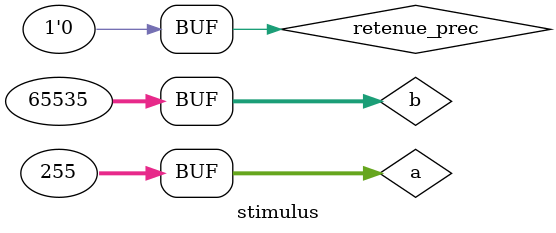
<source format=v>
`timescale 1ns / 1ps
module stimulus;
	// Inputs
	reg [31:0] a;
	reg [31:0] b;
	reg retenue_prec;
	// Outputs
	wire retenue;
	wire [31:0] result;
	// Instantiate the Unit Under Test (UUT)
	adder8bit uut (
		a, 
		b, 
		retenue_prec,
		result,
		retenue
	);

 
	initial begin
	$dumpfile("test_Add8B.vcd");
    $dumpvars(0,stimulus);
		// Initialize Inputs
		a = 32'b0000000000000000;
		b = 32'b0000000000000000;
		retenue_prec = 0;
 
	#20 a = 32'd01;
	#20 b = 32'd02;
	#20 b = 32'd65535;
	#20 a = 32'd255;	  
 
	end  
 
		initial begin
		 $monitor("t=%3d x=%d,y=%d, retenue=%d, result=%d \n",$time,a,b,retenue,result);
		 end
 
endmodule
 

</source>
